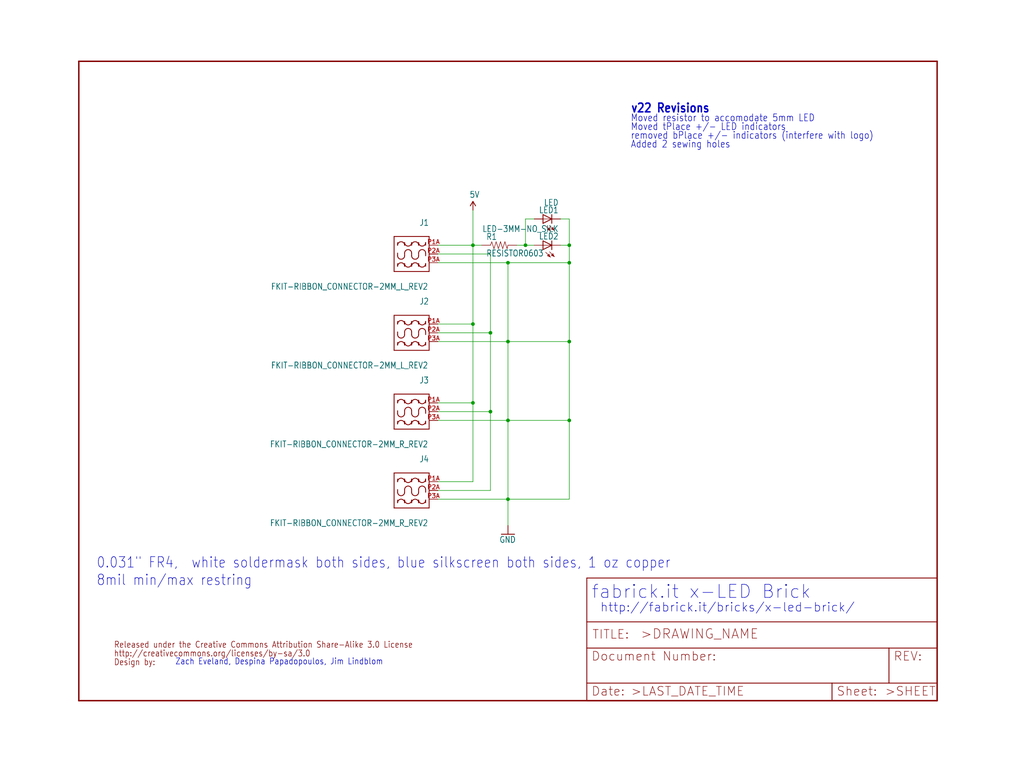
<source format=kicad_sch>
(kicad_sch (version 20211123) (generator eeschema)
  (paper "User" 297.002 223.926)
  (lib_symbols
    (symbol "eagleSchem-eagle-import:5V" (power)
      (property "Value" "5V" (at -1.016 3.556 0))
      (symbol "5V_1_0"
        (polyline (pts (xy 0 2.54) (xy -0.762 1.27)) (stroke (width 0.254)))
        (polyline (pts (xy 0.762 1.27) (xy 0 2.54)) (stroke (width 0.254)))
        (pin power_in line (at 0 0 90) (length 2.54) (name "5V") (number "1"))
      )
    )
    (symbol "eagleSchem-eagle-import:CREATIVE_COMMONS"
      (symbol "CREATIVE_COMMONS_1_0"
        (text "Design by:" (at 0 0 0) (effects (font (size 1.778 1.5113)) (justify left bottom)))
        (text "http://creativecommons.org/licenses/by-sa/3.0" (at 0 2.54 0) (effects (font (size 1.778 1.5113)) (justify left bottom)))
        (text "Released under the Creative Commons Attribution Share-Alike 3.0 License" (at 0 5.08 0) (effects (font (size 1.778 1.5113)) (justify left bottom)))
      )
    )
    (symbol "eagleSchem-eagle-import:FKIT-RIBBON_CONNECTOR-2MM_L_REV2"
      (property "Reference" "J" (at -5.08 8.128 0))
      (property "Value" "FKIT-RIBBON_CONNECTOR-2MM_L_REV2" (at -4.826 -10.414 0))
      (symbol "FKIT-RIBBON_CONNECTOR-2MM_L_REV2_1_0"
        (arc (start -4.064 -2.794) (mid -3.048 -3.81) (end -2.032 -2.794) (stroke (width 0.254)))
        (arc (start -4.064 3.302) (mid -3.048 2.286) (end -2.032 3.302) (stroke (width 0.254)))
        (arc (start -2.032 -0.508) (mid -1.016 -1.5239) (end 0 -0.508) (stroke (width 0.254)))
        (arc (start -2.032 0.254) (mid -3.048 1.2699) (end -4.064 0.254) (stroke (width 0.254)))
        (arc (start 0 -3.556) (mid -1.016 -2.54) (end -2.032 -3.556) (stroke (width 0.254)))
        (arc (start 0 -2.794) (mid 1.016 -3.81) (end 2.032 -2.794) (stroke (width 0.254)))
        (polyline (pts (xy -5.08 -5.08) (xy 5.08 -5.08)) (stroke (width 0.254)))
        (polyline (pts (xy -5.08 5.08) (xy -5.08 -5.08)) (stroke (width 0.254)))
        (polyline (pts (xy -4.064 -2.794) (xy -4.064 -3.556)) (stroke (width 0.254)))
        (polyline (pts (xy -4.064 0.254) (xy -4.064 -0.508)) (stroke (width 0.254)))
        (polyline (pts (xy -4.064 2.54) (xy -4.064 3.302)) (stroke (width 0.254)))
        (polyline (pts (xy -2.032 -2.794) (xy -2.032 -3.556)) (stroke (width 0.254)))
        (polyline (pts (xy -2.032 0.254) (xy -2.032 -0.508)) (stroke (width 0.254)))
        (polyline (pts (xy -2.032 3.302) (xy -2.032 2.54)) (stroke (width 0.254)))
        (polyline (pts (xy 0 -3.556) (xy 0 -2.794)) (stroke (width 0.254)))
        (polyline (pts (xy 0 -0.508) (xy 0 0.254)) (stroke (width 0.254)))
        (polyline (pts (xy 0 2.54) (xy 0 3.302)) (stroke (width 0.254)))
        (polyline (pts (xy 2.032 -2.794) (xy 2.032 -3.556)) (stroke (width 0.254)))
        (polyline (pts (xy 2.032 0.254) (xy 2.032 -0.508)) (stroke (width 0.254)))
        (polyline (pts (xy 2.032 3.302) (xy 2.032 2.54)) (stroke (width 0.254)))
        (polyline (pts (xy 4.064 -3.556) (xy 4.064 -2.794)) (stroke (width 0.254)))
        (polyline (pts (xy 4.064 -0.508) (xy 4.064 0.254)) (stroke (width 0.254)))
        (polyline (pts (xy 4.064 2.54) (xy 4.064 3.302)) (stroke (width 0.254)))
        (polyline (pts (xy 5.08 -5.08) (xy 5.08 5.08)) (stroke (width 0.254)))
        (polyline (pts (xy 5.08 5.08) (xy -5.08 5.08)) (stroke (width 0.254)))
        (arc (start 0 2.54) (mid -1.016 3.556) (end -2.032 2.54) (stroke (width 0.254)))
        (arc (start 0 3.302) (mid 1.016 2.286) (end 2.032 3.302) (stroke (width 0.254)))
        (arc (start 2.032 -0.508) (mid 3.048 -1.5239) (end 4.064 -0.508) (stroke (width 0.254)))
        (arc (start 2.032 0.254) (mid 1.016 1.2699) (end 0 0.254) (stroke (width 0.254)))
        (arc (start 4.064 -3.556) (mid 3.048 -2.54) (end 2.032 -3.556) (stroke (width 0.254)))
        (arc (start 4.064 2.54) (mid 3.048 3.556) (end 2.032 2.54) (stroke (width 0.254)))
        (pin bidirectional line (at -7.62 2.54 0) (length 2.54) (name "P$1") (number "P1A"))
        (pin bidirectional line (at -7.62 0 0) (length 2.54) (name "P$2") (number "P2A"))
        (pin bidirectional line (at -7.62 -2.54 0) (length 2.54) (name "P$3") (number "P3A"))
      )
    )
    (symbol "eagleSchem-eagle-import:FKIT-RIBBON_CONNECTOR-2MM_R_REV2"
      (property "Reference" "J" (at -5.08 8.128 0))
      (property "Value" "FKIT-RIBBON_CONNECTOR-2MM_R_REV2" (at -4.826 -10.414 0))
      (symbol "FKIT-RIBBON_CONNECTOR-2MM_R_REV2_1_0"
        (arc (start -4.064 -2.794) (mid -3.048 -3.81) (end -2.032 -2.794) (stroke (width 0.254)))
        (arc (start -4.064 3.302) (mid -3.048 2.286) (end -2.032 3.302) (stroke (width 0.254)))
        (arc (start -2.032 -0.508) (mid -1.016 -1.5239) (end 0 -0.508) (stroke (width 0.254)))
        (arc (start -2.032 0.254) (mid -3.048 1.2699) (end -4.064 0.254) (stroke (width 0.254)))
        (arc (start 0 -3.556) (mid -1.016 -2.54) (end -2.032 -3.556) (stroke (width 0.254)))
        (arc (start 0 -2.794) (mid 1.016 -3.81) (end 2.032 -2.794) (stroke (width 0.254)))
        (polyline (pts (xy -5.08 -5.08) (xy 5.08 -5.08)) (stroke (width 0.254)))
        (polyline (pts (xy -5.08 5.08) (xy -5.08 -5.08)) (stroke (width 0.254)))
        (polyline (pts (xy -4.064 -2.794) (xy -4.064 -3.556)) (stroke (width 0.254)))
        (polyline (pts (xy -4.064 0.254) (xy -4.064 -0.508)) (stroke (width 0.254)))
        (polyline (pts (xy -4.064 2.54) (xy -4.064 3.302)) (stroke (width 0.254)))
        (polyline (pts (xy -2.032 -2.794) (xy -2.032 -3.556)) (stroke (width 0.254)))
        (polyline (pts (xy -2.032 0.254) (xy -2.032 -0.508)) (stroke (width 0.254)))
        (polyline (pts (xy -2.032 3.302) (xy -2.032 2.54)) (stroke (width 0.254)))
        (polyline (pts (xy 0 -3.556) (xy 0 -2.794)) (stroke (width 0.254)))
        (polyline (pts (xy 0 -0.508) (xy 0 0.254)) (stroke (width 0.254)))
        (polyline (pts (xy 0 2.54) (xy 0 3.302)) (stroke (width 0.254)))
        (polyline (pts (xy 2.032 -2.794) (xy 2.032 -3.556)) (stroke (width 0.254)))
        (polyline (pts (xy 2.032 0.254) (xy 2.032 -0.508)) (stroke (width 0.254)))
        (polyline (pts (xy 2.032 3.302) (xy 2.032 2.54)) (stroke (width 0.254)))
        (polyline (pts (xy 4.064 -3.556) (xy 4.064 -2.794)) (stroke (width 0.254)))
        (polyline (pts (xy 4.064 -0.508) (xy 4.064 0.254)) (stroke (width 0.254)))
        (polyline (pts (xy 4.064 2.54) (xy 4.064 3.302)) (stroke (width 0.254)))
        (polyline (pts (xy 5.08 -5.08) (xy 5.08 5.08)) (stroke (width 0.254)))
        (polyline (pts (xy 5.08 5.08) (xy -5.08 5.08)) (stroke (width 0.254)))
        (arc (start 0 2.54) (mid -1.016 3.556) (end -2.032 2.54) (stroke (width 0.254)))
        (arc (start 0 3.302) (mid 1.016 2.286) (end 2.032 3.302) (stroke (width 0.254)))
        (arc (start 2.032 -0.508) (mid 3.048 -1.5239) (end 4.064 -0.508) (stroke (width 0.254)))
        (arc (start 2.032 0.254) (mid 1.016 1.2699) (end 0 0.254) (stroke (width 0.254)))
        (arc (start 4.064 -3.556) (mid 3.048 -2.54) (end 2.032 -3.556) (stroke (width 0.254)))
        (arc (start 4.064 2.54) (mid 3.048 3.556) (end 2.032 2.54) (stroke (width 0.254)))
        (pin bidirectional line (at -7.62 2.54 0) (length 2.54) (name "P$1") (number "P1A"))
        (pin bidirectional line (at -7.62 0 0) (length 2.54) (name "P$2") (number "P2A"))
        (pin bidirectional line (at -7.62 -2.54 0) (length 2.54) (name "P$3") (number "P3A"))
      )
    )
    (symbol "eagleSchem-eagle-import:FRAME-LETTER"
      (symbol "FRAME-LETTER_1_0"
        (polyline (pts (xy 0 0) (xy 248.92 0)) (stroke (width 0.4064)))
        (polyline (pts (xy 0 185.42) (xy 0 0)) (stroke (width 0.4064)))
        (polyline (pts (xy 0 185.42) (xy 248.92 185.42)) (stroke (width 0.4064)))
        (polyline (pts (xy 248.92 185.42) (xy 248.92 0)) (stroke (width 0.4064)))
      )
      (symbol "FRAME-LETTER_2_0"
        (polyline (pts (xy 0 0) (xy 0 5.08)) (stroke (width 0.254)))
        (polyline (pts (xy 0 0) (xy 71.12 0)) (stroke (width 0.254)))
        (polyline (pts (xy 0 5.08) (xy 0 15.24)) (stroke (width 0.254)))
        (polyline (pts (xy 0 5.08) (xy 71.12 5.08)) (stroke (width 0.254)))
        (polyline (pts (xy 0 15.24) (xy 0 22.86)) (stroke (width 0.254)))
        (polyline (pts (xy 0 22.86) (xy 0 35.56)) (stroke (width 0.254)))
        (polyline (pts (xy 0 22.86) (xy 101.6 22.86)) (stroke (width 0.254)))
        (polyline (pts (xy 71.12 0) (xy 101.6 0)) (stroke (width 0.254)))
        (polyline (pts (xy 71.12 5.08) (xy 71.12 0)) (stroke (width 0.254)))
        (polyline (pts (xy 71.12 5.08) (xy 87.63 5.08)) (stroke (width 0.254)))
        (polyline (pts (xy 87.63 5.08) (xy 101.6 5.08)) (stroke (width 0.254)))
        (polyline (pts (xy 87.63 15.24) (xy 0 15.24)) (stroke (width 0.254)))
        (polyline (pts (xy 87.63 15.24) (xy 87.63 5.08)) (stroke (width 0.254)))
        (polyline (pts (xy 101.6 5.08) (xy 101.6 0)) (stroke (width 0.254)))
        (polyline (pts (xy 101.6 15.24) (xy 87.63 15.24)) (stroke (width 0.254)))
        (polyline (pts (xy 101.6 15.24) (xy 101.6 5.08)) (stroke (width 0.254)))
        (polyline (pts (xy 101.6 22.86) (xy 101.6 15.24)) (stroke (width 0.254)))
        (polyline (pts (xy 101.6 35.56) (xy 0 35.56)) (stroke (width 0.254)))
        (polyline (pts (xy 101.6 35.56) (xy 101.6 22.86)) (stroke (width 0.254)))
        (text ">DRAWING_NAME" (at 15.494 17.78 0) (effects (font (size 2.7432 2.7432)) (justify left bottom)))
        (text ">LAST_DATE_TIME" (at 12.7 1.27 0) (effects (font (size 2.54 2.54)) (justify left bottom)))
        (text ">SHEET" (at 86.36 1.27 0) (effects (font (size 2.54 2.54)) (justify left bottom)))
        (text "Date:" (at 1.27 1.27 0) (effects (font (size 2.54 2.54)) (justify left bottom)))
        (text "Document Number:" (at 1.27 11.43 0) (effects (font (size 2.54 2.54)) (justify left bottom)))
        (text "REV:" (at 88.9 11.43 0) (effects (font (size 2.54 2.54)) (justify left bottom)))
        (text "Sheet:" (at 72.39 1.27 0) (effects (font (size 2.54 2.54)) (justify left bottom)))
        (text "TITLE:" (at 1.524 17.78 0) (effects (font (size 2.54 2.54)) (justify left bottom)))
      )
    )
    (symbol "eagleSchem-eagle-import:GND" (power)
      (property "Value" "GND" (at -2.54 -2.54 0))
      (symbol "GND_1_0"
        (polyline (pts (xy -1.905 0) (xy 1.905 0)) (stroke (width 0.254)))
        (pin power_in line (at 0 2.54 270) (length 2.54) (name "GND") (number "1"))
      )
    )
    (symbol "eagleSchem-eagle-import:LED"
      (property "Reference" "LED" (at 3.556 -4.572 90))
      (property "Value" "LED" (at 5.715 -4.572 90))
      (symbol "LED_1_0"
        (polyline (pts (xy -2.032 -0.762) (xy -3.429 -2.159)) (stroke (width 0.1524)))
        (polyline (pts (xy -1.905 -1.905) (xy -3.302 -3.302)) (stroke (width 0.1524)))
        (polyline (pts (xy 0 -2.54) (xy -1.27 -2.54)) (stroke (width 0.254)))
        (polyline (pts (xy 0 -2.54) (xy -1.27 0)) (stroke (width 0.254)))
        (polyline (pts (xy 0 0) (xy -1.27 0)) (stroke (width 0.254)))
        (polyline (pts (xy 0 0) (xy 0 -2.54)) (stroke (width 0.1524)))
        (polyline (pts (xy 1.27 -2.54) (xy 0 -2.54)) (stroke (width 0.254)))
        (polyline (pts (xy 1.27 0) (xy 0 -2.54)) (stroke (width 0.254)))
        (polyline (pts (xy 1.27 0) (xy 0 0)) (stroke (width 0.254)))
        (polyline (pts (xy -3.429 -2.159) (xy -3.048 -1.27) (xy -2.54 -1.778)) (fill (type outline)))
        (polyline (pts (xy -3.302 -3.302) (xy -2.921 -2.413) (xy -2.413 -2.921)) (fill (type outline)))
        (pin passive line (at 0 2.54 270) (length 2.54) (name "A") (number "A"))
        (pin passive line (at 0 -5.08 90) (length 2.54) (name "C") (number "C"))
      )
    )
    (symbol "eagleSchem-eagle-import:LED-3MM-NO_SILK"
      (property "Reference" "LED" (at 3.556 -4.572 90))
      (property "Value" "LED-3MM-NO_SILK" (at 5.715 -4.572 90))
      (symbol "LED-3MM-NO_SILK_1_0"
        (polyline (pts (xy -2.032 -0.762) (xy -3.429 -2.159)) (stroke (width 0.1524)))
        (polyline (pts (xy -1.905 -1.905) (xy -3.302 -3.302)) (stroke (width 0.1524)))
        (polyline (pts (xy 0 -2.54) (xy -1.27 -2.54)) (stroke (width 0.254)))
        (polyline (pts (xy 0 -2.54) (xy -1.27 0)) (stroke (width 0.254)))
        (polyline (pts (xy 0 0) (xy -1.27 0)) (stroke (width 0.254)))
        (polyline (pts (xy 0 0) (xy 0 -2.54)) (stroke (width 0.1524)))
        (polyline (pts (xy 1.27 -2.54) (xy 0 -2.54)) (stroke (width 0.254)))
        (polyline (pts (xy 1.27 0) (xy 0 -2.54)) (stroke (width 0.254)))
        (polyline (pts (xy 1.27 0) (xy 0 0)) (stroke (width 0.254)))
        (polyline (pts (xy -3.429 -2.159) (xy -3.048 -1.27) (xy -2.54 -1.778)) (fill (type outline)))
        (polyline (pts (xy -3.302 -3.302) (xy -2.921 -2.413) (xy -2.413 -2.921)) (fill (type outline)))
        (pin passive line (at 0 2.54 270) (length 2.54) (name "A") (number "A"))
        (pin passive line (at 0 -5.08 90) (length 2.54) (name "C") (number "K"))
      )
    )
    (symbol "eagleSchem-eagle-import:RESISTOR0603"
      (property "Reference" "R" (at -3.81 1.4986 0))
      (property "Value" "RESISTOR0603" (at -3.81 -3.302 0))
      (symbol "RESISTOR0603_1_0"
        (polyline (pts (xy -2.54 0) (xy -2.159 1.016)) (stroke (width 0.1524)))
        (polyline (pts (xy -2.159 1.016) (xy -1.524 -1.016)) (stroke (width 0.1524)))
        (polyline (pts (xy -1.524 -1.016) (xy -0.889 1.016)) (stroke (width 0.1524)))
        (polyline (pts (xy -0.889 1.016) (xy -0.254 -1.016)) (stroke (width 0.1524)))
        (polyline (pts (xy -0.254 -1.016) (xy 0.381 1.016)) (stroke (width 0.1524)))
        (polyline (pts (xy 0.381 1.016) (xy 1.016 -1.016)) (stroke (width 0.1524)))
        (polyline (pts (xy 1.016 -1.016) (xy 1.651 1.016)) (stroke (width 0.1524)))
        (polyline (pts (xy 1.651 1.016) (xy 2.286 -1.016)) (stroke (width 0.1524)))
        (polyline (pts (xy 2.286 -1.016) (xy 2.54 0)) (stroke (width 0.1524)))
        (pin passive line (at -5.08 0 0) (length 2.54) (name "1") (number "1"))
        (pin passive line (at 5.08 0 180) (length 2.54) (name "2") (number "2"))
      )
    )
  )
  (junction (at 165.1 76.2))
  (junction (at 137.16 116.84))
  (junction (at 142.24 96.52))
  (junction (at 165.1 99.06))
  (junction (at 152.4 71.12))
  (junction (at 165.1 71.12))
  (junction (at 137.16 71.12))
  (junction (at 142.24 119.38))
  (junction (at 147.32 121.92))
  (junction (at 165.1 121.92))
  (junction (at 147.32 144.78))
  (junction (at 137.16 93.98))
  (junction (at 147.32 99.06))
  (junction (at 147.32 76.2))
  (wire (pts (xy 165.1 144.78) (xy 147.32 144.78)))
  (wire (pts (xy 142.24 142.24) (xy 142.24 119.38)))
  (wire (pts (xy 127 144.78) (xy 147.32 144.78)))
  (wire (pts (xy 127 71.12) (xy 137.16 71.12)))
  (wire (pts (xy 162.56 63.5) (xy 165.1 63.5)))
  (wire (pts (xy 152.4 63.5) (xy 154.94 63.5)))
  (wire (pts (xy 142.24 119.38) (xy 142.24 96.52)))
  (wire (pts (xy 127 96.52) (xy 142.24 96.52)))
  (wire (pts (xy 165.1 76.2) (xy 165.1 99.06)))
  (wire (pts (xy 165.1 121.92) (xy 165.1 144.78)))
  (wire (pts (xy 165.1 99.06) (xy 165.1 121.92)))
  (wire (pts (xy 137.16 71.12) (xy 137.16 93.98)))
  (wire (pts (xy 137.16 93.98) (xy 137.16 116.84)))
  (wire (pts (xy 137.16 139.7) (xy 127 139.7)))
  (wire (pts (xy 165.1 63.5) (xy 165.1 71.12)))
  (wire (pts (xy 147.32 99.06) (xy 147.32 76.2)))
  (wire (pts (xy 137.16 116.84) (xy 127 116.84)))
  (wire (pts (xy 137.16 93.98) (xy 127 93.98)))
  (wire (pts (xy 142.24 96.52) (xy 142.24 73.66)))
  (wire (pts (xy 152.4 71.12) (xy 152.4 63.5)))
  (wire (pts (xy 147.32 144.78) (xy 147.32 121.92)))
  (wire (pts (xy 165.1 121.92) (xy 147.32 121.92)))
  (wire (pts (xy 127 99.06) (xy 147.32 99.06)))
  (wire (pts (xy 142.24 73.66) (xy 127 73.66)))
  (wire (pts (xy 127 142.24) (xy 142.24 142.24)))
  (wire (pts (xy 165.1 71.12) (xy 162.56 71.12)))
  (wire (pts (xy 165.1 71.12) (xy 165.1 76.2)))
  (wire (pts (xy 137.16 71.12) (xy 137.16 60.96)))
  (wire (pts (xy 152.4 71.12) (xy 154.94 71.12)))
  (wire (pts (xy 137.16 116.84) (xy 137.16 139.7)))
  (wire (pts (xy 165.1 76.2) (xy 147.32 76.2)))
  (wire (pts (xy 137.16 71.12) (xy 139.7 71.12)))
  (wire (pts (xy 165.1 99.06) (xy 147.32 99.06)))
  (wire (pts (xy 127 121.92) (xy 147.32 121.92)))
  (wire (pts (xy 147.32 121.92) (xy 147.32 99.06)))
  (wire (pts (xy 147.32 144.78) (xy 147.32 152.4)))
  (wire (pts (xy 147.32 76.2) (xy 127 76.2)))
  (wire (pts (xy 127 119.38) (xy 142.24 119.38)))
  (wire (pts (xy 149.86 71.12) (xy 152.4 71.12)))
  (text "removed bPlace +/- indicators (interfere with logo)" (at 182.88 40.64 0) (effects (font (size 2.032 1.7272)) (justify left bottom)))
  (text "Moved resistor to accomodate 5mm LED" (at 182.88 35.56 180) (effects (font (size 2.032 1.7272)) (justify left bottom)))
  (text "v22 Revisions" (at 182.88 33.02 180) (effects (font (size 2.54 2.159) (thickness 0.4318) bold) (justify left bottom)))
  (text "0.031\" FR4,  white soldermask both sides, blue silkscreen both sides, 1 oz copper" (at 27.94 165.1 0) (effects (font (size 3.048 2.5908)) (justify left bottom)))
  (text "Added 2 sewing holes" (at 182.88 43.18 180) (effects (font (size 2.032 1.7272)) (justify left bottom)))
  (text "Moved tPlace +/- LED indicators" (at 182.88 38.1 180) (effects (font (size 2.032 1.7272)) (justify left bottom)))
  (text "fabrick.it x-LED Brick" (at 171.45 173.99 180) (effects (font (size 3.81 3.81)) (justify left bottom)))
  (text "8mil min/max restring" (at 27.94 170.18 180) (effects (font (size 3.048 2.5908)) (justify left bottom)))
  (text "http://fabrick.it/bricks/x-led-brick/" (at 173.99 177.8 180) (effects (font (size 2.54 2.54)) (justify left bottom)))
  (text "Zach Eveland, Despina Papadopoulos, Jim Lindblom" (at 50.8 193.04 180) (effects (font (size 1.778 1.5113)) (justify left bottom)))
  (symbol (lib_id "eagleSchem-eagle-import:GND") (at 147.32 154.94 0) (unit 1)
    (property "Reference" "#GND1" (effects hide))
    (property "Value" "GND" (at 144.78 157.48 0) (effects (font (size 1.778 1.5113)) (justify left bottom)))
    (property "Footprint" "eagleSchem:" (effects hide))
  )
  (symbol (lib_id "eagleSchem-eagle-import:CREATIVE_COMMONS") (at 33.02 193.04 0) (unit 1)
    (property "Reference" "U$1" (effects hide))
    (property "Value" "CREATIVE_COMMONS" (effects hide))
    (property "Footprint" "eagleSchem:CREATIVE_COMMONS" (effects hide))
  )
  (symbol (lib_id "eagleSchem-eagle-import:5V") (at 137.16 60.96 0) (unit 1)
    (property "Reference" "#U$2" (effects hide))
    (property "Value" "5V" (at 136.144 57.404 0) (effects (font (size 1.778 1.5113)) (justify left bottom)))
    (property "Footprint" "eagleSchem:" (effects hide))
  )
  (symbol (lib_id "eagleSchem-eagle-import:FKIT-RIBBON_CONNECTOR-2MM_R_REV2") (at 119.38 142.24 0) (mirror y) (unit 1)
    (property "Reference" "J4" (at 124.46 134.112 0) (effects (font (size 1.778 1.5113)) (justify left bottom)))
    (property "Value" "FKIT-RIBBON_CONNECTOR-2MM_R_REV2" (at 124.206 152.654 0) (effects (font (size 1.778 1.5113)) (justify left bottom)))
    (property "Footprint" "eagleSchem:FKIT-RIBBON_CONNECTOR_03_2MM_R" (effects hide))
  )
  (symbol (lib_id "eagleSchem-eagle-import:LED") (at 157.48 63.5 90) (unit 1)
    (property "Reference" "LED1" (at 162.052 59.944 90) (effects (font (size 1.778 1.5113)) (justify left bottom)))
    (property "Value" "LED" (at 162.052 57.785 90) (effects (font (size 1.778 1.5113)) (justify left bottom)))
    (property "Footprint" "eagleSchem:FKIT-LED-1206_NO_CREAM" (effects hide))
  )
  (symbol (lib_id "eagleSchem-eagle-import:FKIT-RIBBON_CONNECTOR-2MM_R_REV2") (at 119.38 119.38 0) (mirror y) (unit 1)
    (property "Reference" "J3" (at 124.46 111.252 0) (effects (font (size 1.778 1.5113)) (justify left bottom)))
    (property "Value" "FKIT-RIBBON_CONNECTOR-2MM_R_REV2" (at 124.206 129.794 0) (effects (font (size 1.778 1.5113)) (justify left bottom)))
    (property "Footprint" "eagleSchem:FKIT-RIBBON_CONNECTOR_03_2MM_R" (effects hide))
  )
  (symbol (lib_id "eagleSchem-eagle-import:LED-3MM-NO_SILK") (at 157.48 71.12 90) (unit 1)
    (property "Reference" "LED2" (at 162.052 67.564 90) (effects (font (size 1.778 1.5113)) (justify left bottom)))
    (property "Value" "LED-3MM-NO_SILK" (at 162.052 65.405 90) (effects (font (size 1.778 1.5113)) (justify left bottom)))
    (property "Footprint" "eagleSchem:LED3MM-NS" (effects hide))
  )
  (symbol (lib_id "eagleSchem-eagle-import:FKIT-RIBBON_CONNECTOR-2MM_L_REV2") (at 119.38 96.52 0) (mirror y) (unit 1)
    (property "Reference" "J2" (at 124.46 88.392 0) (effects (font (size 1.778 1.5113)) (justify left bottom)))
    (property "Value" "FKIT-RIBBON_CONNECTOR-2MM_L_REV2" (at 124.206 106.934 0) (effects (font (size 1.778 1.5113)) (justify left bottom)))
    (property "Footprint" "eagleSchem:FKIT-RIBBON_CONNECTOR_03_2MM_L" (effects hide))
  )
  (symbol (lib_id "eagleSchem-eagle-import:FRAME-LETTER") (at 170.18 203.2 0) (unit 2)
    (property "Reference" "#FRAME1" (effects hide))
    (property "Value" "FRAME-LETTER" (effects hide))
    (property "Footprint" "eagleSchem:" (effects hide))
  )
  (symbol (lib_id "eagleSchem-eagle-import:FKIT-RIBBON_CONNECTOR-2MM_L_REV2") (at 119.38 73.66 0) (mirror y) (unit 1)
    (property "Reference" "J1" (at 124.46 65.532 0) (effects (font (size 1.778 1.5113)) (justify left bottom)))
    (property "Value" "FKIT-RIBBON_CONNECTOR-2MM_L_REV2" (at 124.206 84.074 0) (effects (font (size 1.778 1.5113)) (justify left bottom)))
    (property "Footprint" "eagleSchem:FKIT-RIBBON_CONNECTOR_03_2MM_L" (effects hide))
  )
  (symbol (lib_id "eagleSchem-eagle-import:RESISTOR0603") (at 144.78 71.12 0) (unit 1)
    (property "Reference" "R1" (at 140.97 69.6214 0) (effects (font (size 1.778 1.5113)) (justify left bottom)))
    (property "Value" "RESISTOR0603" (at 140.97 74.422 0) (effects (font (size 1.778 1.5113)) (justify left bottom)))
    (property "Footprint" "eagleSchem:0603-RES" (effects hide))
  )
  (symbol (lib_id "eagleSchem-eagle-import:FRAME-LETTER") (at 22.86 203.2 0) (unit 1)
    (property "Reference" "#FRAME1" (effects hide))
    (property "Value" "FRAME-LETTER" (effects hide))
    (property "Footprint" "eagleSchem:" (effects hide))
  )
)
</source>
